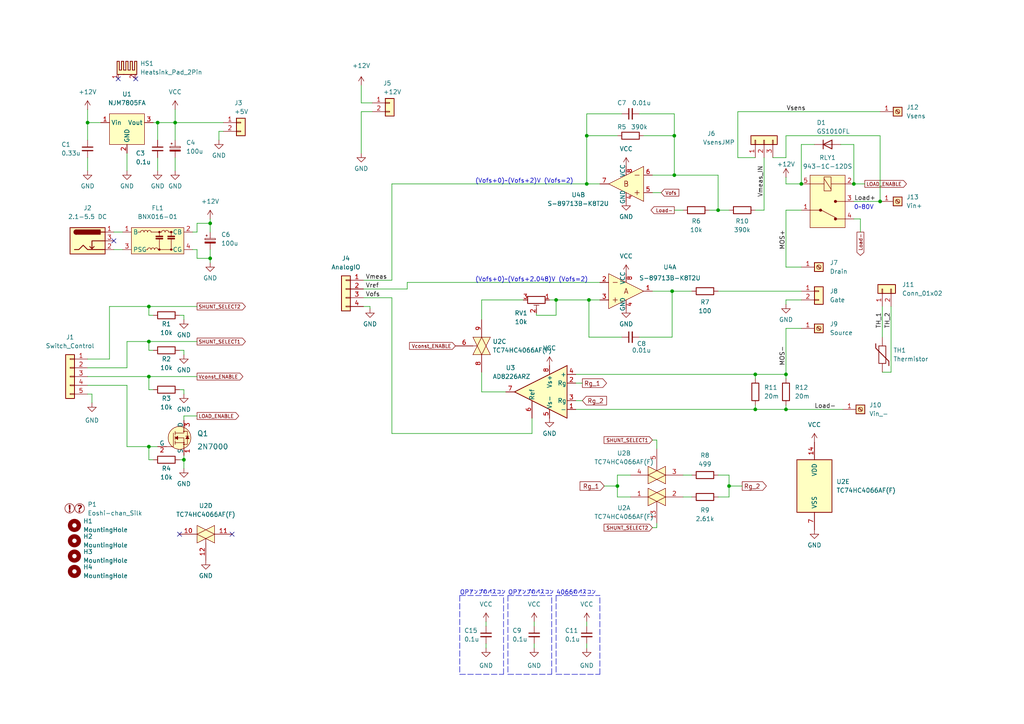
<source format=kicad_sch>
(kicad_sch (version 20250114) (generator "eeschema") (generator_version "9.0")
  (paper "A4")
  (lib_symbols
    (symbol "4xxx:4066" (pin_names (offset 1.016))
      (property "Reference" "U" (at -7.62 8.89 0))
      (property "Value" "4066" (at -7.62 -8.89 0))
      (symbol "4066_1_0"
        (pin passive line (at -7.62 0 0) (length 5.08) (name "~") (number "1"))
        (pin input line (at 0 7.62 270) (length 5.08) (name "~") (number "13"))
        (pin passive line (at 7.62 0 180) (length 5.08) (name "~") (number "2"))
      )
      (symbol "4066_2_0"
        (pin passive line (at -7.62 0 0) (length 5.08) (name "~") (number "4"))
        (pin input line (at 0 7.62 270) (length 5.08) (name "~") (number "5"))
        (pin passive line (at 7.62 0 180) (length 5.08) (name "~") (number "3"))
      )
      (symbol "4066_3_0"
        (pin passive line (at -7.62 0 0) (length 5.08) (name "~") (number "8"))
        (pin input line (at 0 7.62 270) (length 5.08) (name "~") (number "6"))
        (pin passive line (at 7.62 0 180) (length 5.08) (name "~") (number "9"))
      )
      (symbol "4066_4_0"
        (pin passive line (at -7.62 0 0) (length 5.08) (name "~") (number "11"))
        (pin input line (at 0 7.62 270) (length 5.08) (name "~") (number "12"))
        (pin passive line (at 7.62 0 180) (length 5.08) (name "~") (number "10"))
      )
      (symbol "4066_5_0"
        (pin power_in line (at 0 12.7 270) (length 5.08) (name "VDD") (number "14"))
        (pin power_in line (at 0 -12.7 90) (length 5.08) (name "VSS") (number "7"))
      )
    )
    (symbol "Akizuki_EMI-Filter:EMI-Filter_4P"
      (property "Reference" "FL" (at -6.35 5.08 0))
      (property "Value" "EMI-Filter_4P" (at 7.62 5.08 0))
      (symbol "EMI-Filter_4P_1_1"
        (pin passive line (at -10.16 2.54 0) (length 2.54) (name "B") (number "1"))
        (pin passive line (at -10.16 -2.54 0) (length 2.54) (name "PSG") (number "3"))
        (pin passive line (at 10.16 2.54 180) (length 2.54) (name "CB") (number "2"))
        (pin no_connect line (at 10.16 1.27 180) (length 2.54) (hide yes) (name "NC") (number "6"))
        (pin no_connect line (at 10.16 -1.27 180) (length 2.54) (hide yes) (name "NC") (number "5"))
        (pin passive line (at 10.16 -2.54 180) (length 2.54) (name "CG") (number "4"))
      )
    )
    (symbol "Akizuki_PowerIC_Linear:Linear_ConstV_3p"
      (property "Reference" "U" (at 0 7.62 0))
      (property "Value" "Linear_ConstV_3p" (at 0 5.08 0))
      (symbol "Linear_ConstV_3p_1_1"
        (pin power_in line (at -7.62 1.27 0) (length 2.54) (name "Vin") (number "1"))
        (pin power_in line (at 0 -7.62 90) (length 2.54) (name "GND") (number "2"))
        (pin power_out line (at 7.62 1.27 180) (length 2.54) (name "Vout") (number "3"))
      )
    )
    (symbol "Akizuki_Relay:Relay_1_C" (pin_names (offset 0) (hide yes))
      (property "Reference" "RLY" (at -8.636 6.858 0))
      (property "Value" "Relay_1_C" (at -8.89 5.08 90))
      (symbol "Relay_1_C_1_1"
        (pin passive line (at -5.08 7.62 270) (length 2.54) (name "COIL") (number "2"))
        (pin passive line (at -5.08 -7.62 90) (length 2.54) (name "COIL") (number "5"))
        (pin passive line (at 0 7.62 270) (length 2.54) (name "NO") (number "3"))
        (pin passive line (at 2.54 -7.62 90) (length 2.54) (name "COM") (number "1"))
        (pin passive line (at 5.08 7.62 270) (length 2.54) (name "NC") (number "4"))
      )
    )
    (symbol "Amplifier_Instrumentation:AD8421" (pin_names (offset 0.127))
      (property "Reference" "U3" (at -7.62 7.62 0))
      (property "Value" "AD8226ARZ" (at -11.43 5.08 0))
      (symbol "AD8421_1_1"
        (pin input line (at -10.16 5.08 0) (length 2.54) (name "+") (number "4"))
        (pin passive line (at -10.16 2.54 0) (length 2.54) (name "Rg") (number "2"))
        (pin passive line (at -10.16 -2.54 0) (length 2.54) (name "Rg") (number "3"))
        (pin input line (at -10.16 -5.08 0) (length 2.54) (name "-") (number "1"))
        (pin power_in line (at -2.54 7.62 270) (length 2.54) (name "Vs+") (number "8"))
        (pin power_in line (at -2.54 -7.62 90) (length 2.54) (name "Vs-") (number "5"))
        (pin passive line (at 2.54 -7.62 90) (length 5.08) (name "Ref") (number "6"))
        (pin output line (at 10.16 0 180) (length 2.54) (name "~") (number "7"))
      )
    )
    (symbol "Connector:Barrel_Jack_Switch_Pin3Ring" (pin_names (hide yes))
      (property "Reference" "J2" (at 0 9.525 0))
      (property "Value" "2.1-5.5 DC" (at 0 6.985 0))
      (symbol "Barrel_Jack_Switch_Pin3Ring_1_1"
        (pin passive line (at 7.62 2.54 180) (length 2.54) (name "~") (number "1"))
        (pin passive line (at 7.62 0 180) (length 2.54) (name "~") (number "3"))
        (pin passive line (at 7.62 -2.54 180) (length 2.54) (name "~") (number "2"))
      )
    )
    (symbol "Connector:Screw_Terminal_01x01" (pin_names (offset 1.016) (hide yes))
      (property "Reference" "J" (at 0 2.54 0))
      (property "Value" "Screw_Terminal_01x01" (at 0 -2.54 0))
      (symbol "Screw_Terminal_01x01_1_1"
        (pin passive line (at -5.08 0 0) (length 3.81) (name "Pin_1") (number "1"))
      )
    )
    (symbol "Connector_Generic:Conn_01x02" (pin_names (offset 1.016) (hide yes))
      (property "Reference" "J" (at 0 2.54 0))
      (property "Value" "Conn_01x02" (at 0 -5.08 0))
      (symbol "Conn_01x02_1_1"
        (pin passive line (at -5.08 0 0) (length 3.81) (name "Pin_1") (number "1"))
        (pin passive line (at -5.08 -2.54 0) (length 3.81) (name "Pin_2") (number "2"))
      )
    )
    (symbol "Connector_Generic:Conn_01x03" (pin_names (offset 1.016) (hide yes))
      (property "Reference" "J" (at 0 5.08 0))
      (property "Value" "Conn_01x03" (at 0 -5.08 0))
      (symbol "Conn_01x03_1_1"
        (pin passive line (at -5.08 2.54 0) (length 3.81) (name "Pin_1") (number "1"))
        (pin passive line (at -5.08 0 0) (length 3.81) (name "Pin_2") (number "2"))
        (pin passive line (at -5.08 -2.54 0) (length 3.81) (name "Pin_3") (number "3"))
      )
    )
    (symbol "Connector_Generic:Conn_01x04" (pin_names (offset 1.016) (hide yes))
      (property "Reference" "J" (at 0 5.08 0))
      (property "Value" "Conn_01x04" (at 0 -7.62 0))
      (symbol "Conn_01x04_1_1"
        (pin passive line (at -5.08 2.54 0) (length 3.81) (name "Pin_1") (number "1"))
        (pin passive line (at -5.08 0 0) (length 3.81) (name "Pin_2") (number "2"))
        (pin passive line (at -5.08 -2.54 0) (length 3.81) (name "Pin_3") (number "3"))
        (pin passive line (at -5.08 -5.08 0) (length 3.81) (name "Pin_4") (number "4"))
      )
    )
    (symbol "Connector_Generic:Conn_01x05" (pin_names (offset 1.016) (hide yes))
      (property "Reference" "J" (at 0 7.62 0))
      (property "Value" "Conn_01x05" (at 0 -7.62 0))
      (symbol "Conn_01x05_1_1"
        (pin passive line (at -5.08 5.08 0) (length 3.81) (name "Pin_1") (number "1"))
        (pin passive line (at -5.08 2.54 0) (length 3.81) (name "Pin_2") (number "2"))
        (pin passive line (at -5.08 0 0) (length 3.81) (name "Pin_3") (number "3"))
        (pin passive line (at -5.08 -2.54 0) (length 3.81) (name "Pin_4") (number "4"))
        (pin passive line (at -5.08 -5.08 0) (length 3.81) (name "Pin_5") (number "5"))
      )
    )
    (symbol "Device:C_Polarized_Small" (pin_numbers (hide yes)) (pin_names (offset 0.254) (hide yes))
      (property "Reference" "C" (at 0.254 1.778 0))
      (property "Value" "C_Polarized_Small" (at 0.254 -2.032 0))
      (symbol "C_Polarized_Small_1_1"
        (pin passive line (at 0 2.54 270) (length 1.8542) (name "~") (number "1"))
        (pin passive line (at 0 -2.54 90) (length 1.8542) (name "~") (number "2"))
      )
    )
    (symbol "Device:C_Small" (pin_numbers (hide yes)) (pin_names (offset 0.254) (hide yes))
      (property "Reference" "C" (at 0.254 1.778 0))
      (property "Value" "C_Small" (at 0.254 -2.032 0))
      (symbol "C_Small_1_1"
        (pin passive line (at 0 2.54 270) (length 2.032) (name "~") (number "1"))
        (pin passive line (at 0 -2.54 90) (length 2.032) (name "~") (number "2"))
      )
    )
    (symbol "Device:R" (pin_numbers (hide yes)) (pin_names (offset 0))
      (property "Reference" "R" (at 2.032 0 90))
      (property "Value" "R" (at 0 0 90))
      (symbol "R_1_1"
        (pin passive line (at 0 3.81 270) (length 1.27) (name "~") (number "1"))
        (pin passive line (at 0 -3.81 90) (length 1.27) (name "~") (number "2"))
      )
    )
    (symbol "Device:R_Potentiometer_Trim" (pin_names (offset 1.016) (hide yes))
      (property "Reference" "RV" (at -4.445 0 90))
      (property "Value" "R_Potentiometer_Trim" (at -2.54 0 90))
      (symbol "R_Potentiometer_Trim_1_1"
        (pin passive line (at 0 3.81 270) (length 1.27) (name "1") (number "1"))
        (pin passive line (at 0 -3.81 90) (length 1.27) (name "3") (number "3"))
        (pin passive line (at 3.81 0 180) (length 1.27) (name "2") (number "2"))
      )
    )
    (symbol "Device:Thermistor" (pin_numbers (hide yes)) (pin_names (offset 0))
      (property "Reference" "TH" (at 2.54 1.27 90))
      (property "Value" "Thermistor" (at -2.54 0 90))
      (symbol "Thermistor_1_1"
        (pin passive line (at 0 5.08 270) (length 2.54) (name "~") (number "1"))
        (pin passive line (at 0 -5.08 90) (length 2.54) (name "~") (number "2"))
      )
    )
    (symbol "Diode:1N4007" (pin_numbers (hide yes)) (pin_names (offset 1.016) (hide yes))
      (property "Reference" "D" (at 0 2.54 0))
      (property "Value" "1N4007" (at 0 -2.54 0))
      (symbol "1N4007_1_1"
        (pin passive line (at -3.81 0 0) (length 2.54) (name "K") (number "1"))
        (pin passive line (at 3.81 0 180) (length 2.54) (name "A") (number "2"))
      )
    )
    (symbol "Eoshi-chan:Eoshi-chan_Silk"
      (property "Reference" "P" (at -6.604 4.445 0))
      (property "Value" "Eoshi-chan_Silk" (at 0.508 2.413 0))
      (symbol "Eoshi-chan_Silk_0_0"
        (text "!" (at -1.397 -0.254 0) (effects (font (size 1.778 1.778) (bold yes))))
        (text "?" (at 1.524 -0.254 0) (effects (font (size 1.778 1.778) (bold yes))))
      )
    )
    (symbol "Mechanical:Heatsink_Pad_2Pin" (pin_names (offset 0))
      (property "Reference" "HS" (at 0 5.715 0))
      (property "Value" "Heatsink_Pad_2Pin" (at 0 3.81 0))
      (symbol "Heatsink_Pad_2Pin_1_1"
        (pin passive line (at -2.54 -2.54 90) (length 1.27) (name "~") (number "1"))
        (pin passive line (at 2.54 -2.54 90) (length 1.27) (name "~") (number "2"))
      )
    )
    (symbol "Mechanical:MountingHole" (pin_names (offset 1.016))
      (property "Reference" "H" (at 0 5.08 0))
      (property "Value" "MountingHole" (at 0 3.175 0))
    )
    (symbol "VCC_1" (power) (pin_numbers (hide yes)) (pin_names (offset 0) (hide yes))
      (property "Value" "VCC" (at 0 3.556 0))
      (symbol "VCC_1_1_1"
        (pin power_in line (at 0 0 90) (length 0) (name "~") (number "1"))
      )
    )
    (symbol "dk_Linear-Amplifiers-Instrumentation-OP-Amps-Buffer-Amps:LM358N_Obsolete" (pin_names (offset 0))
      (property "Reference" "U" (at -7.62 7.62 0))
      (property "Value" "LM358N_Obsolete" (at 2.54 -5.08 0))
      (symbol "LM358N_Obsolete_1_0"
        (text "A" (at 0 0 0) (effects (font (size 1.524 1.524))))
      )
      (symbol "LM358N_Obsolete_1_1"
        (pin input line (at -7.62 2.54 0) (length 2.54) (name "~") (number "2"))
        (pin input line (at -7.62 -2.54 0) (length 2.54) (name "~") (number "3"))
        (pin power_in line (at 0 5.08 270) (length 2.54) (name "VCC") (number "8"))
        (pin power_in line (at 0 -5.08 90) (length 2.54) (name "GND") (number "4"))
        (pin output line (at 7.62 0 180) (length 2.54) (name "~") (number "1"))
      )
      (symbol "LM358N_Obsolete_2_0"
        (text "B" (at 0 0 0) (effects (font (size 1.524 1.524))))
      )
      (symbol "LM358N_Obsolete_2_1"
        (pin input line (at -7.62 2.54 0) (length 2.54) (name "~") (number "6"))
        (pin input line (at -7.62 -2.54 0) (length 2.54) (name "~") (number "5"))
        (pin power_in line (at 0 5.08 270) (length 2.54) (name "VCC") (number "8"))
        (pin power_in line (at 0 -5.08 90) (length 2.54) (name "GND") (number "4"))
        (pin output line (at 7.62 0 180) (length 2.54) (name "~") (number "7"))
      )
    )
    (symbol "dk_Transistors-FETs-MOSFETs-Single:2N7000" (pin_names (offset 0))
      (property "Reference" "Q" (at -2.6924 3.6322 0))
      (property "Value" "2N7000" (at 3.4544 0 90))
      (symbol "2N7000_1_1"
        (pin bidirectional line (at -7.62 -2.54 0) (length 2.54) (name "G") (number "2"))
        (pin bidirectional line (at 0 5.08 270) (length 2.54) (name "D") (number "3"))
        (pin bidirectional line (at 0 -5.08 90) (length 2.54) (name "S") (number "1"))
      )
    )
    (symbol "power:+12V" (power) (pin_numbers (hide yes)) (pin_names (offset 0) (hide yes))
      (property "Value" "+12V" (at 0 3.556 0))
      (symbol "+12V_1_1"
        (pin power_in line (at 0 0 90) (length 0) (name "~") (number "1"))
      )
    )
    (symbol "power:GND" (power) (pin_names (offset 0))
      (property "Value" "GND" (at 0 -3.81 0))
      (symbol "GND_1_1"
        (pin power_in line (at 0 0 270) (length 0) (hide yes) (name "GND") (number "1"))
      )
    )
    (symbol "power:VCC" (power) (pin_names (offset 0))
      (property "Value" "VCC" (at 0 3.81 0))
      (symbol "VCC_1_1"
        (pin power_in line (at 0 0 90) (length 0) (hide yes) (name "VCC") (number "1"))
      )
    )
  )
  (text "OPアンプのパスコン" (at 147.32 172.72 0) (effects (font (size 1.27 1.27)) (justify left bottom)))
  (text "4066のパスコン" (at 161.29 172.72 0) (effects (font (size 1.27 1.27)) (justify left bottom)))
  (text "OPアンプのパスコン" (at 133.35 172.72 0) (effects (font (size 1.27 1.27)) (justify left bottom)))
  (text "(Vofs+0)~(Vofs+2.048)V (Vofs=2)" (at 137.795 81.915 0) (effects (font (size 1.27 1.27)) (justify left bottom)))
  (text "0~80V" (at 247.65 60.96 0) (effects (font (size 1.27 1.27)) (justify left bottom)))
  (text "(Vofs+0)~(Vofs+2)V (Vofs=2)" (at 137.795 53.34 0) (effects (font (size 1.27 1.27)) (justify left bottom)))
  (junction (at 161.29 86.995))
  (junction (at 45.72 35.56))
  (junction (at 208.28 60.96))
  (junction (at 227.965 118.745))
  (junction (at 170.815 86.995))
  (junction (at 170.18 39.37))
  (junction (at 179.07 140.97))
  (junction (at 232.41 53.34))
  (junction (at 43.18 109.22))
  (junction (at 43.18 99.06))
  (junction (at 170.18 53.34))
  (junction (at 25.4 35.56))
  (junction (at 219.075 108.585))
  (junction (at 255.27 58.42))
  (junction (at 195.58 50.8))
  (junction (at 43.18 129.54))
  (junction (at 194.945 84.455))
  (junction (at 53.34 133.35))
  (junction (at 50.8 35.56))
  (junction (at 43.18 88.9))
  (junction (at 60.96 64.77))
  (junction (at 60.96 74.93))
  (junction (at 219.075 118.745))
  (junction (at 247.65 53.34))
  (junction (at 195.58 39.37))
  (junction (at 227.965 108.585))
  (junction (at 211.455 140.97))
  (no_connect (at 33.02 69.85))
  (no_connect (at 67.31 154.94))
  (no_connect (at 34.29 22.86))
  (no_connect (at 39.37 22.86))
  (no_connect (at 52.07 154.94))
  (wire (pts (xy 113.665 81.28) (xy 105.41 81.28)))
  (wire (pts (xy 219.075 118.745) (xy 227.965 118.745)))
  (wire (pts (xy 155.575 91.44) (xy 161.29 91.44)))
  (polyline (pts (xy 161.29 172.72) (xy 173.99 172.72)) (stroke (width 0) (type dash)))
  (wire (pts (xy 194.945 84.455) (xy 194.945 97.79)))
  (wire (pts (xy 247.65 53.34) (xy 250.825 53.34)))
  (wire (pts (xy 227.965 95.25) (xy 227.965 108.585)))
  (wire (pts (xy 43.18 91.44) (xy 44.45 91.44)))
  (wire (pts (xy 53.34 132.08) (xy 53.34 133.35)))
  (wire (pts (xy 219.075 117.475) (xy 219.075 118.745)))
  (wire (pts (xy 227.965 118.745) (xy 244.475 118.745)))
  (wire (pts (xy 60.96 63.5) (xy 60.96 64.77)))
  (wire (pts (xy 227.965 86.995) (xy 227.965 88.265)))
  (wire (pts (xy 195.58 50.8) (xy 208.28 50.8)))
  (wire (pts (xy 140.97 180.34) (xy 140.97 181.61)))
  (wire (pts (xy 45.72 35.56) (xy 44.45 35.56)))
  (wire (pts (xy 255.905 107.95) (xy 258.445 107.95)))
  (wire (pts (xy 57.15 67.31) (xy 57.15 64.77)))
  (wire (pts (xy 189.23 84.455) (xy 194.945 84.455)))
  (wire (pts (xy 57.15 72.39) (xy 57.15 74.93)))
  (wire (pts (xy 232.41 60.96) (xy 227.965 60.96)))
  (wire (pts (xy 52.07 133.35) (xy 53.34 133.35)))
  (wire (pts (xy 50.8 31.75) (xy 50.8 35.56)))
  (polyline (pts (xy 133.35 172.72) (xy 146.05 172.72)) (stroke (width 0) (type dash)))
  (wire (pts (xy 52.07 113.03) (xy 53.34 113.03)))
  (wire (pts (xy 208.28 50.8) (xy 208.28 60.96)))
  (wire (pts (xy 31.75 104.14) (xy 25.4 104.14)))
  (wire (pts (xy 170.815 86.995) (xy 173.99 86.995)))
  (wire (pts (xy 154.94 180.34) (xy 154.94 181.61)))
  (wire (pts (xy 185.42 97.79) (xy 194.945 97.79)))
  (wire (pts (xy 236.22 41.91) (xy 232.41 41.91)))
  (wire (pts (xy 63.5 40.64) (xy 63.5 38.1)))
  (wire (pts (xy 25.4 31.75) (xy 25.4 35.56)))
  (wire (pts (xy 195.58 60.96) (xy 198.12 60.96)))
  (wire (pts (xy 155.575 90.805) (xy 155.575 91.44)))
  (wire (pts (xy 36.83 129.54) (xy 43.18 129.54)))
  (wire (pts (xy 113.665 53.34) (xy 170.18 53.34)))
  (polyline (pts (xy 147.32 172.72) (xy 147.32 195.58)) (stroke (width 0) (type dash)))
  (wire (pts (xy 43.18 99.06) (xy 43.18 101.6)))
  (wire (pts (xy 107.315 89.535) (xy 107.315 88.9)))
  (wire (pts (xy 227.965 60.96) (xy 227.965 77.47)))
  (wire (pts (xy 60.96 67.31) (xy 60.96 64.77)))
  (wire (pts (xy 170.815 97.79) (xy 180.34 97.79)))
  (wire (pts (xy 161.29 91.44) (xy 161.29 86.995)))
  (wire (pts (xy 170.18 33.02) (xy 170.18 39.37)))
  (wire (pts (xy 63.5 38.1) (xy 64.77 38.1)))
  (wire (pts (xy 26.67 114.3) (xy 25.4 114.3)))
  (wire (pts (xy 247.65 53.34) (xy 247.65 41.91)))
  (wire (pts (xy 43.18 109.22) (xy 57.15 109.22)))
  (wire (pts (xy 167.005 108.585) (xy 219.075 108.585)))
  (wire (pts (xy 179.07 140.97) (xy 179.07 144.145)))
  (wire (pts (xy 182.88 137.795) (xy 179.07 137.795)))
  (wire (pts (xy 227.965 53.34) (xy 232.41 53.34)))
  (wire (pts (xy 45.72 40.64) (xy 45.72 35.56)))
  (wire (pts (xy 211.455 140.97) (xy 215.265 140.97)))
  (wire (pts (xy 53.34 101.6) (xy 53.34 102.87)))
  (wire (pts (xy 118.11 81.915) (xy 173.99 81.915)))
  (wire (pts (xy 211.455 140.97) (xy 211.455 144.145)))
  (polyline (pts (xy 161.29 172.72) (xy 161.29 195.58)) (stroke (width 0) (type dash)))
  (wire (pts (xy 25.4 45.72) (xy 25.4 49.53)))
  (polyline (pts (xy 146.05 195.58) (xy 146.05 172.72)) (stroke (width 0) (type dash)))
  (wire (pts (xy 159.385 86.995) (xy 161.29 86.995)))
  (polyline (pts (xy 147.32 195.58) (xy 160.02 195.58)) (stroke (width 0) (type dash)))
  (wire (pts (xy 232.41 41.91) (xy 232.41 53.34)))
  (polyline (pts (xy 160.02 195.58) (xy 160.02 172.72)) (stroke (width 0) (type dash)))
  (wire (pts (xy 33.02 67.31) (xy 35.56 67.31)))
  (wire (pts (xy 36.83 44.45) (xy 36.83 49.53)))
  (wire (pts (xy 57.15 74.93) (xy 60.96 74.93)))
  (wire (pts (xy 190.5 127.635) (xy 190.5 130.175)))
  (wire (pts (xy 43.18 129.54) (xy 45.72 129.54)))
  (wire (pts (xy 170.18 39.37) (xy 179.07 39.37)))
  (wire (pts (xy 175.26 140.97) (xy 179.07 140.97)))
  (wire (pts (xy 221.615 45.72) (xy 221.615 60.96)))
  (wire (pts (xy 255.905 97.79) (xy 255.905 88.9)))
  (wire (pts (xy 139.7 86.995) (xy 139.7 92.71)))
  (wire (pts (xy 170.18 39.37) (xy 170.18 53.34)))
  (wire (pts (xy 208.28 137.795) (xy 211.455 137.795)))
  (wire (pts (xy 50.8 45.72) (xy 50.8 49.53)))
  (wire (pts (xy 36.83 99.06) (xy 43.18 99.06)))
  (wire (pts (xy 43.18 88.9) (xy 57.15 88.9)))
  (wire (pts (xy 258.445 88.9) (xy 258.445 107.95)))
  (wire (pts (xy 45.72 35.56) (xy 50.8 35.56)))
  (wire (pts (xy 227.965 39.37) (xy 255.27 39.37)))
  (wire (pts (xy 208.28 60.96) (xy 211.455 60.96)))
  (wire (pts (xy 180.34 33.02) (xy 170.18 33.02)))
  (wire (pts (xy 104.775 32.385) (xy 104.775 44.45)))
  (wire (pts (xy 249.555 63.5) (xy 249.555 67.31)))
  (wire (pts (xy 105.41 83.82) (xy 118.11 83.82)))
  (wire (pts (xy 139.7 107.95) (xy 139.7 113.665)))
  (wire (pts (xy 227.965 45.72) (xy 227.965 39.37)))
  (wire (pts (xy 44.45 133.35) (xy 43.18 133.35)))
  (wire (pts (xy 31.75 88.9) (xy 31.75 104.14)))
  (wire (pts (xy 205.74 60.96) (xy 208.28 60.96)))
  (wire (pts (xy 43.18 109.22) (xy 43.18 113.03)))
  (wire (pts (xy 179.07 144.145) (xy 182.88 144.145)))
  (wire (pts (xy 189.23 153.035) (xy 190.5 153.035)))
  (wire (pts (xy 198.12 144.145) (xy 200.66 144.145)))
  (wire (pts (xy 195.58 33.02) (xy 195.58 39.37)))
  (wire (pts (xy 107.315 88.9) (xy 105.41 88.9)))
  (wire (pts (xy 140.97 186.69) (xy 140.97 187.96)))
  (wire (pts (xy 64.77 35.56) (xy 50.8 35.56)))
  (wire (pts (xy 232.41 86.995) (xy 227.965 86.995)))
  (wire (pts (xy 208.28 144.145) (xy 211.455 144.145)))
  (wire (pts (xy 219.075 108.585) (xy 219.075 109.855)))
  (polyline (pts (xy 173.99 195.58) (xy 173.99 172.72)) (stroke (width 0) (type dash)))
  (wire (pts (xy 221.615 60.96) (xy 219.075 60.96)))
  (wire (pts (xy 33.02 72.39) (xy 35.56 72.39)))
  (wire (pts (xy 25.4 111.76) (xy 36.83 111.76)))
  (wire (pts (xy 167.005 111.125) (xy 168.91 111.125)))
  (wire (pts (xy 161.29 86.995) (xy 170.815 86.995)))
  (wire (pts (xy 31.75 88.9) (xy 43.18 88.9)))
  (wire (pts (xy 170.815 86.995) (xy 170.815 97.79)))
  (wire (pts (xy 255.27 32.385) (xy 213.995 32.385)))
  (wire (pts (xy 198.12 137.795) (xy 200.66 137.795)))
  (wire (pts (xy 113.665 53.34) (xy 113.665 81.28)))
  (wire (pts (xy 53.34 91.44) (xy 53.34 92.71)))
  (wire (pts (xy 139.7 86.995) (xy 151.765 86.995)))
  (wire (pts (xy 60.96 74.93) (xy 60.96 76.2)))
  (wire (pts (xy 189.23 55.88) (xy 191.77 55.88)))
  (wire (pts (xy 208.28 84.455) (xy 232.41 84.455)))
  (wire (pts (xy 43.18 99.06) (xy 57.15 99.06)))
  (wire (pts (xy 107.95 29.845) (xy 104.775 29.845)))
  (wire (pts (xy 227.965 77.47) (xy 232.41 77.47)))
  (wire (pts (xy 170.18 180.34) (xy 170.18 181.61)))
  (wire (pts (xy 179.07 137.795) (xy 179.07 140.97)))
  (wire (pts (xy 213.995 45.72) (xy 219.075 45.72)))
  (polyline (pts (xy 133.35 195.58) (xy 146.05 195.58)) (stroke (width 0) (type dash)))
  (wire (pts (xy 53.34 133.35) (xy 53.34 135.89)))
  (wire (pts (xy 25.4 106.68) (xy 36.83 106.68)))
  (wire (pts (xy 232.41 95.25) (xy 227.965 95.25)))
  (polyline (pts (xy 161.29 195.58) (xy 173.99 195.58)) (stroke (width 0) (type dash)))
  (wire (pts (xy 52.07 101.6) (xy 53.34 101.6)))
  (wire (pts (xy 195.58 39.37) (xy 195.58 50.8)))
  (wire (pts (xy 189.23 127.635) (xy 190.5 127.635)))
  (wire (pts (xy 25.4 35.56) (xy 29.21 35.56)))
  (wire (pts (xy 36.83 106.68) (xy 36.83 99.06)))
  (wire (pts (xy 45.72 45.72) (xy 45.72 49.53)))
  (wire (pts (xy 43.18 129.54) (xy 43.18 133.35)))
  (wire (pts (xy 105.41 86.36) (xy 113.665 86.36)))
  (wire (pts (xy 194.945 84.455) (xy 200.66 84.455)))
  (wire (pts (xy 113.665 125.73) (xy 154.305 125.73)))
  (wire (pts (xy 243.84 41.91) (xy 247.65 41.91)))
  (wire (pts (xy 213.995 32.385) (xy 213.995 45.72)))
  (wire (pts (xy 227.965 51.435) (xy 227.965 53.34)))
  (wire (pts (xy 107.95 32.385) (xy 104.775 32.385)))
  (wire (pts (xy 60.96 74.93) (xy 60.96 72.39)))
  (wire (pts (xy 170.18 53.34) (xy 173.99 53.34)))
  (wire (pts (xy 139.7 113.665) (xy 146.685 113.665)))
  (wire (pts (xy 25.4 109.22) (xy 43.18 109.22)))
  (wire (pts (xy 167.005 118.745) (xy 219.075 118.745)))
  (wire (pts (xy 190.5 153.035) (xy 190.5 151.765)))
  (wire (pts (xy 113.665 86.36) (xy 113.665 125.73)))
  (wire (pts (xy 25.4 35.56) (xy 25.4 40.64)))
  (wire (pts (xy 104.775 29.845) (xy 104.775 24.765)))
  (wire (pts (xy 167.005 116.205) (xy 168.91 116.205)))
  (wire (pts (xy 186.69 39.37) (xy 195.58 39.37)))
  (wire (pts (xy 154.94 186.69) (xy 154.94 187.96)))
  (wire (pts (xy 219.075 108.585) (xy 227.965 108.585)))
  (wire (pts (xy 44.45 113.03) (xy 43.18 113.03)))
  (wire (pts (xy 118.11 83.82) (xy 118.11 81.915)))
  (wire (pts (xy 255.27 39.37) (xy 255.27 58.42)))
  (wire (pts (xy 55.88 72.39) (xy 57.15 72.39)))
  (wire (pts (xy 53.34 120.65) (xy 53.34 121.92)))
  (wire (pts (xy 211.455 137.795) (xy 211.455 140.97)))
  (wire (pts (xy 57.15 64.77) (xy 60.96 64.77)))
  (wire (pts (xy 227.965 117.475) (xy 227.965 118.745)))
  (wire (pts (xy 57.15 120.65) (xy 53.34 120.65)))
  (wire (pts (xy 50.8 40.64) (xy 50.8 35.56)))
  (polyline (pts (xy 133.35 172.72) (xy 133.35 195.58)) (stroke (width 0) (type dash)))
  (wire (pts (xy 195.58 33.02) (xy 185.42 33.02)))
  (wire (pts (xy 227.965 108.585) (xy 227.965 109.855)))
  (wire (pts (xy 255.27 58.42) (xy 247.65 58.42)))
  (wire (pts (xy 154.305 125.73) (xy 154.305 121.285)))
  (wire (pts (xy 43.18 101.6) (xy 44.45 101.6)))
  (wire (pts (xy 55.88 67.31) (xy 57.15 67.31)))
  (wire (pts (xy 36.83 111.76) (xy 36.83 129.54)))
  (wire (pts (xy 52.07 91.44) (xy 53.34 91.44)))
  (wire (pts (xy 43.18 88.9) (xy 43.18 91.44)))
  (polyline (pts (xy 147.32 172.72) (xy 160.02 172.72)) (stroke (width 0) (type dash)))
  (wire (pts (xy 53.34 113.03) (xy 53.34 114.3)))
  (wire (pts (xy 26.67 116.84) (xy 26.67 114.3)))
  (wire (pts (xy 170.18 186.69) (xy 170.18 187.96)))
  (wire (pts (xy 224.155 45.72) (xy 227.965 45.72)))
  (wire (pts (xy 189.23 50.8) (xy 195.58 50.8)))
  (wire (pts (xy 247.65 63.5) (xy 249.555 63.5)))
  (label "Vref" (at 106.045 83.82 0))
  (label "Vsens" (at 233.68 32.385 180))
  (label "MOS-" (at 227.965 106.045 90))
  (label "Vofs" (at 106.045 86.36 0))
  (label "Load+" (at 254 58.42 180))
  (label "Load-" (at 236.22 118.745 0))
  (label "TH_1" (at 255.905 95.25 90))
  (label "Vmeas" (at 106.045 81.28 0))
  (label "MOS+" (at 227.965 72.39 90))
  (label "Vmeas_IN" (at 221.615 57.15 90))
  (label "TH_2" (at 258.445 95.25 90))
  (global_label "Load-" (shape output) (at 249.555 67.31 270) (effects (font (size 1.016 1.016))) (property "Intersheetrefs" "${INTERSHEET_REFS}" (effects (hide yes))))
  (global_label "LOAD_ENABLE" (shape output) (at 57.15 120.65 0) (effects (font (size 1.016 1.016))) (property "Intersheetrefs" "${INTERSHEET_REFS}" (effects (hide yes))))
  (global_label "Load-" (shape output) (at 195.58 60.96 180) (effects (font (size 1.016 1.016))) (property "Intersheetrefs" "${INTERSHEET_REFS}" (effects (hide yes))))
  (global_label "Vconst_ENABLE" (shape output) (at 57.15 109.22 0) (effects (font (size 1.016 1.016))) (property "Intersheetrefs" "${INTERSHEET_REFS}" (effects (hide yes))))
  (global_label "SHUNT_SELECT2" (shape output) (at 57.15 88.9 0) (effects (font (size 1.016 1.016))) (property "Intersheetrefs" "${INTERSHEET_REFS}" (effects (hide yes))))
  (global_label "Vofs" (shape input) (at 191.77 55.88 0) (effects (font (size 1.016 1.016))) (property "Intersheetrefs" "${INTERSHEET_REFS}" (effects (hide yes))))
  (global_label "Rg_2" (shape output) (at 215.265 140.97 0) (property "Intersheetrefs" "${INTERSHEET_REFS}" (effects (hide yes))))
  (global_label "Rg_2" (shape input) (at 168.91 116.205 0) (property "Intersheetrefs" "${INTERSHEET_REFS}" (effects (hide yes))))
  (global_label "Rg_1" (shape output) (at 168.91 111.125 0) (property "Intersheetrefs" "${INTERSHEET_REFS}" (effects (hide yes))))
  (global_label "Rg_1" (shape input) (at 175.26 140.97 180) (property "Intersheetrefs" "${INTERSHEET_REFS}" (effects (hide yes))))
  (global_label "SHUNT_SELECT1" (shape output) (at 57.15 99.06 0) (effects (font (size 1.016 1.016))) (property "Intersheetrefs" "${INTERSHEET_REFS}" (effects (hide yes))))
  (global_label "SHUNT_SELECT1" (shape input) (at 189.23 127.635 180) (effects (font (size 1.016 1.016))) (property "Intersheetrefs" "${INTERSHEET_REFS}" (effects (hide yes))))
  (global_label "Vconst_ENABLE" (shape input) (at 132.08 100.33 180) (effects (font (size 1.016 1.016))) (property "Intersheetrefs" "${INTERSHEET_REFS}" (effects (hide yes))))
  (global_label "SHUNT_SELECT2" (shape input) (at 189.23 153.035 180) (effects (font (size 1.016 1.016))) (property "Intersheetrefs" "${INTERSHEET_REFS}" (effects (hide yes))))
  (global_label "LOAD_ENABLE" (shape output) (at 250.825 53.34 0) (effects (font (size 1.016 1.016))) (property "Intersheetrefs" "${INTERSHEET_REFS}" (effects (hide yes))))
  (symbol (lib_id "power:GND") (at 59.69 162.56 0) (unit 1)
    (property "Reference" "#PWR019" (effects (hide yes)))
    (property "Value" "GND" (at 59.69 167.005 0))
  )
  (symbol (lib_id "power:GND") (at 63.5 40.64 0) (mirror y) (unit 1)
    (property "Reference" "#PWR014" (effects (hide yes)))
    (property "Value" "GND" (at 63.5 45.085 0))
  )
  (symbol (lib_id "Connector:Screw_Terminal_01x01") (at 249.555 118.745 0) (unit 1)
    (property "Reference" "J10" (at 252.095 117.4749 0) (effects (justify left)))
    (property "Value" "Vin_-" (at 252.095 120.0149 0) (effects (justify left)))
    (property "Footprint" "Akizuki_ScrewTerminal:ScrewTerminal_01x01_PCB-20" (effects (hide yes)))
    (property "Datasheet" "https://akizukidenshi.com/goodsaffix/PCB-20(362)F.pdf" (effects (hide yes)))
    (property "Akizuki_code" "112148" (effects (hide yes)))
  )
  (symbol (lib_id "Device:C_Small") (at 140.97 184.15 0) (unit 1)
    (property "Reference" "C15" (at 134.62 182.88 0) (effects (justify left)))
    (property "Value" "0.1u" (at 134.62 185.42 0) (effects (justify left)))
    (property "Footprint" "Capacitor_THT:C_Disc_D5.1mm_W3.2mm_P5.00mm" (effects (hide yes)))
  )
  (symbol (lib_id "Akizuki_Relay:Relay_1_C") (at 240.03 58.42 270) (unit 1)
    (property "Reference" "RLY1" (at 240.03 45.72 90))
    (property "Value" "943-1C-12DS" (at 240.03 48.26 90))
    (property "Footprint" "Akizuki_Relay:HSINDA-943_12A-1C_5p" (effects (hide yes)))
    (property "Datasheet" "https://akizukidenshi.com/goodsaffix/943.pdf" (effects (hide yes)))
    (property "Description" "RELAY GEN PURPOSE SPDT 10A 5V" (effects (hide yes)))
    (property "Digi-Key_PN" "Z1011-ND" (effects (hide yes)))
    (property "MPN" "G5LE-14 DC5" (effects (hide yes)))
    (property "Category" "Relays" (effects (hide yes)))
    (property "Family" "Power Relays, Over 2 Amps" (effects (hide yes)))
    (property "DK_Datasheet_Link" "https://omronfs.omron.com/en_US/ecb/products/pdf/en-g5le.pdf" (effects (hide yes)))
    (property "DK_Detail_Page" "/product-detail/en/omron-electronics-inc-emc-div/G5LE-14-DC5/Z1011-ND/280371" (effects (hide yes)))
    (property "Manufacturer" "Omron Electronics Inc-EMC Div" (effects (hide yes)))
    (property "Status" "Active" (effects (hide yes)))
    (property "Akizuki_code" "117418" (effects (hide yes)))
  )
  (symbol (lib_id "Device:C_Small") (at 154.94 184.15 0) (unit 1)
    (property "Reference" "C9" (at 148.59 182.88 0) (effects (justify left)))
    (property "Value" "0.1u" (at 148.59 185.42 0) (effects (justify left)))
    (property "Footprint" "Capacitor_THT:C_Disc_D5.1mm_W3.2mm_P5.00mm" (effects (hide yes)))
  )
  (symbol (lib_id "power:VCC") (at 159.385 106.045 0) (mirror y) (unit 1)
    (property "Reference" "#PWR021" (effects (hide yes)))
    (property "Value" "VCC" (at 159.385 100.965 0))
  )
  (symbol (lib_id "Device:C_Polarized_Small") (at 60.96 69.85 0) (unit 1)
    (property "Reference" "C6" (at 64.135 68.0338 0) (effects (justify left)))
    (property "Value" "100u" (at 64.135 70.5738 0) (effects (justify left)))
    (property "Footprint" "Capacitor_THT:CP_Radial_D5.0mm_P2.00mm" (effects (hide yes)))
  )
  (symbol (lib_id "Mechanical:MountingHole") (at 21.59 152.4 0) (unit 1)
    (property "Reference" "H1" (at 24.13 151.1299 0) (effects (justify left)))
    (property "Value" "MountingHole" (at 24.13 153.6699 0) (effects (justify left)))
    (property "Footprint" "MountingHole:MountingHole_3.2mm_M3" (effects (hide yes)))
  )
  (symbol (lib_id "Device:C_Small") (at 170.18 184.15 0) (mirror y) (unit 1)
    (property "Reference" "C11" (at 163.83 182.88 0) (effects (justify right)))
    (property "Value" "0.1u" (at 163.83 185.42 0) (effects (justify right)))
    (property "Footprint" "Capacitor_THT:C_Disc_D5.1mm_W3.2mm_P5.00mm" (effects (hide yes)))
  )
  (symbol (lib_id "Device:R") (at 201.93 60.96 90) (unit 1)
    (property "Reference" "R6" (at 201.93 64.135 90))
    (property "Value" "10k" (at 201.93 66.675 90))
    (property "Footprint" "Resistor_THT:R_Axial_DIN0207_L6.3mm_D2.5mm_P10.16mm_Horizontal" (effects (hide yes)))
  )
  (symbol (lib_id "power:GND") (at 50.8 49.53 0) (unit 1)
    (property "Reference" "#PWR07" (effects (hide yes)))
    (property "Value" "GND" (at 50.8 53.975 0))
  )
  (symbol (lib_id "Device:Thermistor") (at 255.905 102.87 0) (unit 1)
    (property "Reference" "TH1" (at 259.08 101.5999 0) (effects (justify left)))
    (property "Value" "Thermistor" (at 259.08 104.1399 0) (effects (justify left)))
    (property "Footprint" "Capacitor_THT:C_Disc_D3.0mm_W1.6mm_P2.50mm" (effects (hide yes)))
    (property "Datasheet" "https://akizukidenshi.com/goodsaffix/NXFT15-series.pdf" (effects (hide yes)))
    (property "Akizuki_code" "105251" (effects (hide yes)))
  )
  (symbol (lib_id "Connector:Screw_Terminal_01x01") (at 237.49 77.47 0) (unit 1)
    (property "Reference" "J7" (at 240.665 76.1999 0) (effects (justify left)))
    (property "Value" "Drain" (at 240.665 78.7399 0) (effects (justify left)))
    (property "Footprint" "Akizuki_ScrewTerminal:ScrewTerminal_01x01_PCB-20" (effects (hide yes)))
    (property "Datasheet" "https://akizukidenshi.com/goodsaffix/PCB-20(362)F.pdf" (effects (hide yes)))
    (property "Akizuki_code" "112148" (effects (hide yes)))
  )
  (symbol (lib_id "Connector_Generic:Conn_01x02") (at 237.49 84.455 0) (unit 1)
    (property "Reference" "J8" (at 240.665 84.4549 0) (effects (justify left)))
    (property "Value" "Gate" (at 240.665 86.9949 0) (effects (justify left)))
    (property "Footprint" "Connector_JST:JST_XH_B2B-XH-A_1x02_P2.50mm_Vertical" (effects (hide yes)))
    (property "Datasheet" "https://akizukidenshi.com/goodsaffix/xh.pdf" (effects (hide yes)))
    (property "Akizuki_code" "112247" (effects (hide yes)))
  )
  (symbol (lib_id "Device:R") (at 48.26 113.03 270) (unit 1)
    (property "Reference" "R3" (at 48.26 115.57 90))
    (property "Value" "10k" (at 48.26 118.11 90))
    (property "Footprint" "Resistor_THT:R_Axial_DIN0207_L6.3mm_D2.5mm_P10.16mm_Horizontal" (effects (hide yes)))
  )
  (symbol (lib_id "power:GND") (at 60.96 76.2 0) (unit 1)
    (property "Reference" "#PWR017" (effects (hide yes)))
    (property "Value" "GND" (at 60.96 80.645 0))
  )
  (symbol (lib_id "Device:R") (at 227.965 113.665 0) (unit 1)
    (property "Reference" "R12" (at 230.505 112.395 0) (effects (justify left)))
    (property "Value" "20m" (at 230.505 114.935 0) (effects (justify left)))
    (property "Footprint" "Resistor_SMD:R_2512_6332Metric" (effects (hide yes)))
    (property "Datasheet" "https://akizukidenshi.com/goodsaffix/sl1tte.pdfhttps://akizukidenshi.com/goodsaffix/sl1tte.pdf" (effects (hide yes)))
    (property "Akizuki_code" "106668" (effects (hide yes)))
  )
  (symbol (lib_id "Device:R") (at 48.26 133.35 270) (unit 1)
    (property "Reference" "R4" (at 48.26 135.89 90))
    (property "Value" "10k" (at 48.26 138.43 90))
    (property "Footprint" "Resistor_THT:R_Axial_DIN0207_L6.3mm_D2.5mm_P10.16mm_Horizontal" (effects (hide yes)))
  )
  (symbol (lib_id "power:GND") (at 104.775 44.45 0) (unit 1)
    (property "Reference" "#PWR016" (effects (hide yes)))
    (property "Value" "GND" (at 104.775 48.895 0))
  )
  (symbol (lib_id "4xxx:4066") (at 59.69 154.94 180) (unit 4)
    (property "Reference" "U2" (at 59.69 146.685 0))
    (property "Value" "TC74HC4066AF(F)" (at 59.69 149.225 0))
    (property "Footprint" "Package_DIP:DIP-14_W7.62mm_Socket" (effects (hide yes)))
    (property "Datasheet" "https://www.marutsu.co.jp/contents/shop/marutsu/datasheet/TC74HC4066A.pdf" (effects (hide yes)))
    (property "Marutsu_code" "M0001-8473" (effects (hide yes)))
  )
  (symbol (lib_id "power:GND") (at 45.72 49.53 0) (unit 1)
    (property "Reference" "#PWR06" (effects (hide yes)))
    (property "Value" "GND" (at 45.72 53.975 0))
  )
  (symbol (lib_id "power:GND") (at 26.67 116.84 0) (unit 1)
    (property "Reference" "#PWR03" (effects (hide yes)))
    (property "Value" "GND" (at 26.67 121.92 0))
  )
  (symbol (lib_id "Connector_Generic:Conn_01x02") (at 255.905 83.82 90) (unit 1)
    (property "Reference" "J11" (at 261.62 82.5499 90) (effects (justify right)))
    (property "Value" "Conn_01x02" (at 261.62 85.0899 90) (effects (justify right)))
    (property "Footprint" "Connector_JST:JST_XH_B2B-XH-A_1x02_P2.50mm_Vertical" (effects (hide yes)))
    (property "Datasheet" "https://akizukidenshi.com/goodsaffix/xh.pdf" (effects (hide yes)))
    (property "Akizuki_code" "112247" (effects (hide yes)))
  )
  (symbol (lib_id "power:GND") (at 36.83 49.53 0) (unit 1)
    (property "Reference" "#PWR04" (effects (hide yes)))
    (property "Value" "GND" (at 36.83 53.975 0))
  )
  (symbol (lib_id "power:VCC") (at 140.97 180.34 0) (unit 1)
    (property "Reference" "#PWR044" (effects (hide yes)))
    (property "Value" "VCC" (at 140.97 175.26 0))
  )
  (symbol (lib_id "Device:R") (at 204.47 137.795 90) (unit 1)
    (property "Reference" "R8" (at 204.47 132.08 90))
    (property "Value" "499" (at 204.47 134.62 90))
    (property "Footprint" "Resistor_THT:R_Axial_DIN0207_L6.3mm_D2.5mm_P10.16mm_Horizontal" (effects (hide yes)))
  )
  (symbol (lib_id "Connector:Barrel_Jack_Switch_Pin3Ring") (at 25.4 69.85 0) (unit 1)
    (property "Reference" "J2" (at 25.4 60.325 0))
    (property "Value" "2.1-5.5 DC" (at 25.4 62.865 0))
    (property "Footprint" "Akizuki_BarrelJack:BarrelJack_Horizontal1" (effects (hide yes)))
  )
  (symbol (lib_id "power:+12V") (at 104.775 24.765 0) (unit 1)
    (property "Reference" "#PWR015" (effects (hide yes)))
    (property "Value" "+12V" (at 104.775 19.05 0))
  )
  (symbol (lib_id "Device:C_Small") (at 182.88 33.02 90) (unit 1)
    (property "Reference" "C7" (at 180.34 29.845 90))
    (property "Value" "0.01u" (at 186.055 29.845 90))
    (property "Footprint" "Capacitor_THT:C_Disc_D5.1mm_W3.2mm_P5.00mm" (effects (hide yes)))
    (property "Akizuki_code" "116112" (effects (hide yes)))
  )
  (symbol (lib_id "Amplifier_Instrumentation:AD8421") (at 156.845 113.665 0) (mirror y) (unit 1)
    (property "Reference" "U3" (at 146.685 106.68 0) (effects (justify right)))
    (property "Value" "AD8226ARZ" (at 142.875 109.22 0) (effects (justify right)))
    (property "Footprint" "Package_SO:SOIC-8_3.9x4.9mm_P1.27mm" (effects (hide yes)))
    (property "Datasheet" "https://akizukidenshi.com/goodsaffix/AD8226.pdf" (effects (hide yes)))
    (property "Akizuki_code" "117564" (effects (hide yes)))
  )
  (symbol (lib_id "power:VCC") (at 181.61 79.375 0) (unit 1)
    (property "Reference" "#PWR027" (effects (hide yes)))
    (property "Value" "VCC" (at 181.61 74.295 0))
  )
  (symbol (lib_id "Connector_Generic:Conn_01x04") (at 100.33 83.82 0) (mirror y) (unit 1)
    (property "Reference" "J4" (at 100.33 74.93 0))
    (property "Value" "AnalogIO" (at 100.33 77.47 0))
    (property "Footprint" "Connector_JST:JST_XH_B4B-XH-A_1x04_P2.50mm_Vertical" (effects (hide yes)))
    (property "Datasheet" "https://akizukidenshi.com/goodsaffix/xh.pdf" (effects (hide yes)))
    (property "Akizuki_code" "112249" (effects (hide yes)))
  )
  (symbol (lib_id "4xxx:4066") (at 190.5 137.795 0) (unit 2)
    (property "Reference" "U2" (at 180.975 131.445 0))
    (property "Value" "TC74HC4066AF(F)" (at 180.975 133.985 0))
    (property "Footprint" "Package_DIP:DIP-14_W7.62mm_Socket" (effects (hide yes)))
    (property "Datasheet" "https://www.marutsu.co.jp/contents/shop/marutsu/datasheet/TC74HC4066A.pdf" (effects (hide yes)))
    (property "Marutsu_code" "M0001-8473" (effects (hide yes)))
  )
  (symbol (lib_id "power:VCC") (at 154.94 180.34 0) (unit 1)
    (property "Reference" "#PWR028" (effects (hide yes)))
    (property "Value" "VCC" (at 154.94 175.26 0))
  )
  (symbol (lib_id "Connector:Screw_Terminal_01x01") (at 237.49 95.25 0) (unit 1)
    (property "Reference" "J9" (at 240.665 93.9799 0) (effects (justify left)))
    (property "Value" "Source" (at 240.665 96.5199 0) (effects (justify left)))
    (property "Footprint" "Akizuki_ScrewTerminal:ScrewTerminal_01x01_PCB-20" (effects (hide yes)))
    (property "Datasheet" "https://akizukidenshi.com/goodsaffix/PCB-20(362)F.pdf" (effects (hide yes)))
    (property "Akizuki_code" "112148" (effects (hide yes)))
  )
  (symbol (lib_id "Mechanical:Heatsink_Pad_2Pin") (at 36.83 20.32 0) (unit 1)
    (property "Reference" "HS1" (at 40.64 18.4149 0) (effects (justify left)))
    (property "Value" "Heatsink_Pad_2Pin" (at 40.64 20.9549 0) (effects (justify left)))
    (property "Footprint" "Akizuki_Heatsink:Heatsink_16.5x16x25" (effects (hide yes)))
  )
  (symbol (lib_id "Mechanical:MountingHole") (at 21.59 165.735 0) (unit 1)
    (property "Reference" "H4" (at 24.13 164.4649 0) (effects (justify left)))
    (property "Value" "MountingHole" (at 24.13 167.0049 0) (effects (justify left)))
    (property "Footprint" "MountingHole:MountingHole_3.2mm_M3" (effects (hide yes)))
  )
  (symbol (lib_id "Connector:Screw_Terminal_01x01") (at 260.35 32.385 0) (unit 1)
    (property "Reference" "J12" (at 262.89 31.1149 0) (effects (justify left)))
    (property "Value" "Vsens" (at 262.89 33.6549 0) (effects (justify left)))
    (property "Footprint" "Akizuki_ScrewTerminal:ScrewTerminal_01x01_PCB-20" (effects (hide yes)))
    (property "Datasheet" "https://akizukidenshi.com/goodsaffix/PCB-20(362)F.pdf" (effects (hide yes)))
    (property "Akizuki_code" "112148" (effects (hide yes)))
  )
  (symbol (lib_id "Device:R") (at 182.88 39.37 90) (unit 1)
    (property "Reference" "R5" (at 180.34 36.83 90))
    (property "Value" "390k" (at 185.42 36.83 90))
    (property "Footprint" "Resistor_THT:R_Axial_DIN0207_L6.3mm_D2.5mm_P10.16mm_Horizontal" (effects (hide yes)))
  )
  (symbol (lib_id "power:GND") (at 227.965 88.265 0) (unit 1)
    (property "Reference" "#PWR032" (effects (hide yes)))
    (property "Value" "GND" (at 227.965 92.71 0))
  )
  (symbol (lib_id "4xxx:4066") (at 139.7 100.33 90) (unit 3)
    (property "Reference" "U2" (at 142.875 99.0599 90) (effects (justify right)))
    (property "Value" "TC74HC4066AF(F)" (at 142.875 101.5999 90) (effects (justify right)))
    (property "Footprint" "Package_DIP:DIP-14_W7.62mm_Socket" (effects (hide yes)))
    (property "Datasheet" "https://www.marutsu.co.jp/contents/shop/marutsu/datasheet/TC74HC4066A.pdf" (effects (hide yes)))
    (property "Marutsu_code" "M0001-8473" (effects (hide yes)))
  )
  (symbol (lib_id "dk_Linear-Amplifiers-Instrumentation-OP-Amps-Buffer-Amps:LM358N_Obsolete") (at 181.61 53.34 0) (mirror y) (unit 2)
    (property "Reference" "U4" (at 165.735 56.515 0) (effects (justify right)))
    (property "Value" "S-89713B-K8T2U" (at 158.75 59.055 0) (effects (justify right)))
    (property "Footprint" "Package_SO:MSOP-8_3x3mm_P0.65mm" (effects (hide yes)))
    (property "Datasheet" "https://akizukidenshi.com/goodsaffix/S89713_J.pdf" (effects (hide yes)))
    (property "Description" "IC OPAMP GP 2 CIRCUIT 8DIP" (effects (hide yes)))
    (property "Digi-Key_PN" "LM358NFS-ND" (effects (hide yes)))
    (property "MPN" "LM358N" (effects (hide yes)))
    (property "Category" "Integrated Circuits (ICs)" (effects (hide yes)))
    (property "Family" "Linear - Amplifiers - Instrumentation, OP Amps, Buffer Amps" (effects (hide yes)))
    (property "DK_Datasheet_Link" "https://www.onsemi.com/pub/Collateral/LM358A-D.pdf" (effects (hide yes)))
    (property "DK_Detail_Page" "/product-detail/en/on-semiconductor/LM358N/LM358NFS-ND/458692" (effects (hide yes)))
    (property "Manufacturer" "ON Semiconductor" (effects (hide yes)))
    (property "Status" "Obsolete NonStock" (effects (hide yes)))
    (property "Akizuki_code" "114063" (effects (hide yes)))
  )
  (symbol (lib_id "Device:R") (at 204.47 144.145 90) (unit 1)
    (property "Reference" "R9" (at 204.47 147.955 90))
    (property "Value" "2.61k" (at 204.47 150.495 90))
    (property "Footprint" "Resistor_THT:R_Axial_DIN0207_L6.3mm_D2.5mm_P10.16mm_Horizontal" (effects (hide yes)))
  )
  (symbol (lib_id "power:GND") (at 53.34 114.3 0) (unit 1)
    (property "Reference" "#PWR010" (effects (hide yes)))
    (property "Value" "GND" (at 53.34 118.745 0))
  )
  (symbol (lib_id "Connector:Screw_Terminal_01x01") (at 260.35 58.42 0) (unit 1)
    (property "Reference" "J13" (at 262.89 57.1499 0) (effects (justify left)))
    (property "Value" "Vin+" (at 262.89 59.6899 0) (effects (justify left)))
    (property "Footprint" "Akizuki_ScrewTerminal:ScrewTerminal_01x01_PCB-20" (effects (hide yes)))
    (property "Datasheet" "https://akizukidenshi.com/goodsaffix/PCB-20(362)F.pdf" (effects (hide yes)))
    (property "Akizuki_code" "112148" (effects (hide yes)))
  )
  (symbol (lib_id "Mechanical:MountingHole") (at 21.59 156.845 0) (unit 1)
    (property "Reference" "H2" (at 24.13 155.5749 0) (effects (justify left)))
    (property "Value" "MountingHole" (at 24.13 158.1149 0) (effects (justify left)))
    (property "Footprint" "MountingHole:MountingHole_3.2mm_M3" (effects (hide yes)))
  )
  (symbol (lib_id "Device:R") (at 204.47 84.455 90) (unit 1)
    (property "Reference" "R7" (at 204.47 87.63 90))
    (property "Value" "100" (at 204.47 90.17 90))
    (property "Footprint" "Resistor_THT:R_Axial_DIN0207_L6.3mm_D2.5mm_P10.16mm_Horizontal" (effects (hide yes)))
  )
  (symbol (lib_id "Connector_Generic:Conn_01x05") (at 20.32 109.22 0) (mirror y) (unit 1)
    (property "Reference" "J1" (at 20.32 97.79 0))
    (property "Value" "Switch_Control" (at 20.32 100.33 0))
    (property "Footprint" "Connector_JST:JST_XH_B5B-XH-A_1x05_P2.50mm_Vertical" (effects (hide yes)))
    (property "Datasheet" "https://akizukidenshi.com/goodsaffix/xh.pdf" (effects (hide yes)))
    (property "Akizuki_code" "112250" (effects (hide yes)))
  )
  (symbol (lib_id "power:GND") (at 53.34 102.87 0) (unit 1)
    (property "Reference" "#PWR09" (effects (hide yes)))
    (property "Value" "GND" (at 53.34 107.315 0))
  )
  (symbol (lib_id "power:+12V") (at 227.965 51.435 0) (unit 1)
    (property "Reference" "#PWR031" (effects (hide yes)))
    (property "Value" "+12V" (at 227.965 47.625 0))
  )
  (symbol (lib_id "power:VCC") (at 236.22 128.27 0) (mirror y) (unit 1)
    (property "Reference" "#PWR033" (effects (hide yes)))
    (property "Value" "VCC" (at 236.22 123.19 0))
  )
  (symbol (lib_id "Mechanical:MountingHole") (at 21.59 161.29 0) (unit 1)
    (property "Reference" "H3" (at 24.13 160.0199 0) (effects (justify left)))
    (property "Value" "MountingHole" (at 24.13 162.5599 0) (effects (justify left)))
    (property "Footprint" "MountingHole:MountingHole_3.2mm_M3" (effects (hide yes)))
  )
  (symbol (lib_id "power:GND") (at 159.385 121.285 0) (unit 1)
    (property "Reference" "#PWR022" (effects (hide yes)))
    (property "Value" "GND" (at 159.385 125.73 0))
  )
  (symbol (lib_id "Device:C_Small") (at 45.72 43.18 0) (unit 1)
    (property "Reference" "C3" (at 39.37 44.45 0) (effects (justify left)))
    (property "Value" "0.1u" (at 39.37 46.99 0) (effects (justify left)))
    (property "Footprint" "Capacitor_THT:C_Disc_D5.1mm_W3.2mm_P5.00mm" (effects (hide yes)))
  )
  (symbol (lib_id "Connector_Generic:Conn_01x02") (at 69.85 35.56 0) (unit 1)
    (property "Reference" "J3" (at 67.945 29.845 0) (effects (justify left)))
    (property "Value" "+5V" (at 67.945 32.385 0) (effects (justify left)))
    (property "Footprint" "Connector_JST:JST_XH_B2B-XH-A_1x02_P2.50mm_Vertical" (effects (hide yes)))
  )
  (symbol (lib_id "power:VCC") (at 181.61 48.26 0) (unit 1)
    (property "Reference" "#PWR025" (effects (hide yes)))
    (property "Value" "VCC" (at 181.61 43.18 0))
  )
  (symbol (lib_id "Device:R") (at 48.26 101.6 270) (mirror x) (unit 1)
    (property "Reference" "R2" (at 48.26 104.14 90))
    (property "Value" "10k" (at 48.26 106.68 90))
    (property "Footprint" "Resistor_THT:R_Axial_DIN0207_L6.3mm_D2.5mm_P10.16mm_Horizontal" (effects (hide yes)))
  )
  (symbol (lib_id "Device:C_Small") (at 25.4 43.18 0) (unit 1)
    (property "Reference" "C1" (at 17.78 41.91 0) (effects (justify left)))
    (property "Value" "0.33u" (at 17.78 44.45 0) (effects (justify left)))
    (property "Footprint" "Capacitor_THT:C_Disc_D5.1mm_W3.2mm_P5.00mm" (effects (hide yes)))
  )
  (symbol (lib_id "Device:R") (at 48.26 91.44 270) (unit 1)
    (property "Reference" "R1" (at 48.26 93.98 90))
    (property "Value" "10k" (at 48.26 96.52 90))
    (property "Footprint" "Resistor_THT:R_Axial_DIN0207_L6.3mm_D2.5mm_P10.16mm_Horizontal" (effects (hide yes)))
  )
  (symbol (lib_id "Diode:1N4007") (at 240.03 41.91 0) (unit 1)
    (property "Reference" "D1" (at 236.855 35.56 0) (effects (justify left)))
    (property "Value" "GS1010FL" (at 236.855 38.1 0) (effects (justify left)))
    (property "Footprint" "Diode_THT:D_DO-41_SOD81_P10.16mm_Horizontal" (effects (hide yes)))
    (property "Datasheet" "https://akizukidenshi.com/goodsaffix/GS1000FL_SERIES.pdf" (effects (hide yes)))
    (property "Akizuki_code" "106014" (effects (hide yes)))
  )
  (symbol (lib_id "power:GND") (at 181.61 89.535 0) (unit 1)
    (property "Reference" "#PWR030" (effects (hide yes)))
    (property "Value" "GND" (at 181.61 93.98 0))
  )
  (symbol (lib_id "Connector_Generic:Conn_01x02") (at 113.03 29.845 0) (unit 1)
    (property "Reference" "J5" (at 111.125 24.13 0) (effects (justify left)))
    (property "Value" "+12V" (at 111.125 26.67 0) (effects (justify left)))
    (property "Footprint" "Connector_JST:JST_XH_B2B-XH-A_1x02_P2.50mm_Vertical" (effects (hide yes)))
    (property "Datasheet" "https://akizukidenshi.com/goodsaffix/xh.pdf" (effects (hide yes)))
    (property "Akizuki_code" "112247" (effects (hide yes)))
  )
  (symbol (lib_id "4xxx:4066") (at 236.22 140.97 0) (unit 5)
    (property "Reference" "U2" (at 242.57 139.6999 0) (effects (justify left)))
    (property "Value" "TC74HC4066AF(F)" (at 242.57 142.2399 0) (effects (justify left)))
    (property "Footprint" "Package_DIP:DIP-14_W7.62mm_Socket" (effects (hide yes)))
    (property "Datasheet" "https://www.marutsu.co.jp/contents/shop/marutsu/datasheet/TC74HC4066A.pdf" (effects (hide yes)))
    (property "Marutsu_code" "M0001-8473" (effects (hide yes)))
  )
  (symbol (lib_id "Device:R_Potentiometer_Trim") (at 155.575 86.995 270) (unit 1)
    (property "Reference" "RV1" (at 151.13 90.805 90))
    (property "Value" "10k" (at 151.13 93.345 90))
    (property "Footprint" "Potentiometer_THT:Potentiometer_Vishay_T73YP_Vertical" (effects (hide yes)))
    (property "Datasheet" "https://akizukidenshi.com/goodsaffix/TSR-C3305.pdf" (effects (hide yes)))
    (property "Akizuki_code" "112705" (effects (hide yes)))
  )
  (symbol (lib_name "VCC_1") (lib_id "power:VCC") (at 50.8 31.75 0) (unit 1)
    (property "Reference" "#PWR01" (effects (hide yes)))
    (property "Value" "VCC" (at 50.8 26.67 0))
    (property "Description" "Power symbol creates a global label with name \"VCC\"" (effects (hide yes)))
  )
  (symbol (lib_id "power:GND") (at 107.315 89.535 0) (unit 1)
    (property "Reference" "#PWR018" (effects (hide yes)))
    (property "Value" "GND" (at 107.315 93.98 0))
  )
  (symbol (lib_id "Eoshi-chan:Eoshi-chan_Silk") (at 21.59 147.32 0) (unit 1)
    (property "Reference" "P1" (at 25.4 146.3039 0) (effects (justify left)))
    (property "Value" "Eoshi-chan_Silk" (at 25.4 148.8439 0) (effects (justify left)))
    (property "Footprint" "Eoshi-chan:Eoshi-chan_logo_10x10" (effects (hide yes)))
  )
  (symbol (lib_id "power:GND") (at 53.34 135.89 0) (unit 1)
    (property "Reference" "#PWR011" (effects (hide yes)))
    (property "Value" "GND" (at 53.34 140.335 0))
  )
  (symbol (lib_id "Akizuki_PowerIC_Linear:Linear_ConstV_3p") (at 36.83 36.83 0) (unit 1)
    (property "Reference" "U1" (at 36.83 27.305 0))
    (property "Value" "NJM7805FA" (at 36.83 29.845 0))
    (property "Footprint" "Package_TO_SOT_THT:TO-220-3_Vertical" (effects (hide yes)))
  )
  (symbol (lib_id "Device:R") (at 215.265 60.96 90) (unit 1)
    (property "Reference" "R10" (at 215.265 64.135 90))
    (property "Value" "390k" (at 215.265 66.675 90))
    (property "Footprint" "Resistor_THT:R_Axial_DIN0207_L6.3mm_D2.5mm_P10.16mm_Horizontal" (effects (hide yes)))
  )
  (symbol (lib_id "dk_Linear-Amplifiers-Instrumentation-OP-Amps-Buffer-Amps:LM358N_Obsolete") (at 181.61 84.455 0) (unit 1)
    (property "Reference" "U4" (at 194.31 77.47 0))
    (property "Value" "S-89713B-K8T2U" (at 194.31 80.645 0))
    (property "Footprint" "Package_SO:MSOP-8_3x3mm_P0.65mm" (effects (hide yes)))
    (property "Datasheet" "https://akizukidenshi.com/goodsaffix/S89713_J.pdf" (effects (hide yes)))
    (property "Description" "IC OPAMP GP 2 CIRCUIT 8DIP" (effects (hide yes)))
    (property "Digi-Key_PN" "LM358NFS-ND" (effects (hide yes)))
    (property "MPN" "LM358N" (effects (hide yes)))
    (property "Category" "Integrated Circuits (ICs)" (effects (hide yes)))
    (property "Family" "Linear - Amplifiers - Instrumentation, OP Amps, Buffer Amps" (effects (hide yes)))
    (property "DK_Datasheet_Link" "https://www.onsemi.com/pub/Collateral/LM358A-D.pdf" (effects (hide yes)))
    (property "DK_Detail_Page" "/product-detail/en/on-semiconductor/LM358N/LM358NFS-ND/458692" (effects (hide yes)))
    (property "Manufacturer" "ON Semiconductor" (effects (hide yes)))
    (property "Status" "Obsolete NonStock" (effects (hide yes)))
    (property "Akizuki_code" "114063" (effects (hide yes)))
  )
  (symbol (lib_id "power:GND") (at 53.34 92.71 0) (unit 1)
    (property "Reference" "#PWR08" (effects (hide yes)))
    (property "Value" "GND" (at 53.34 97.155 0))
  )
  (symbol (lib_id "power:GND") (at 170.18 187.96 0) (mirror y) (unit 1)
    (property "Reference" "#PWR035" (effects (hide yes)))
    (property "Value" "GND" (at 170.18 193.04 0))
  )
  (symbol (lib_id "power:VCC") (at 170.18 180.34 0) (mirror y) (unit 1)
    (property "Reference" "#PWR034" (effects (hide yes)))
    (property "Value" "VCC" (at 170.18 175.26 0))
  )
  (symbol (lib_id "4xxx:4066") (at 190.5 144.145 0) (mirror x) (unit 1)
    (property "Reference" "U2" (at 180.975 147.32 0))
    (property "Value" "TC74HC4066AF(F)" (at 180.975 149.86 0))
    (property "Footprint" "Package_DIP:DIP-14_W7.62mm_Socket" (effects (hide yes)))
    (property "Datasheet" "https://www.marutsu.co.jp/contents/shop/marutsu/datasheet/TC74HC4066A.pdf" (effects (hide yes)))
    (property "Marutsu_code" "M0001-8473" (effects (hide yes)))
  )
  (symbol (lib_id "Device:C_Polarized_Small") (at 50.8 43.18 0) (unit 1)
    (property "Reference" "C4" (at 53.975 41.3638 0) (effects (justify left)))
    (property "Value" "100u" (at 53.975 43.9038 0) (effects (justify left)))
    (property "Footprint" "Capacitor_THT:CP_Radial_D5.0mm_P2.00mm" (effects (hide yes)))
  )
  (symbol (lib_id "power:+12V") (at 60.96 63.5 0) (unit 1)
    (property "Reference" "#PWR012" (effects (hide yes)))
    (property "Value" "+12V" (at 60.96 58.42 0))
    (property "Description" "Power symbol creates a global label with name \"+12V\"" (effects (hide yes)))
  )
  (symbol (lib_id "power:+12V") (at 25.4 31.75 0) (unit 1)
    (property "Reference" "#PWR013" (effects (hide yes)))
    (property "Value" "+12V" (at 25.4 26.67 0))
    (property "Description" "Power symbol creates a global label with name \"+12V\"" (effects (hide yes)))
  )
  (symbol (lib_id "Device:C_Small") (at 182.88 97.79 90) (mirror x) (unit 1)
    (property "Reference" "C8" (at 186.0613 99.695 90))
    (property "Value" "0.01u" (at 186.055 101.6 90))
    (property "Footprint" "Capacitor_THT:C_Disc_D5.1mm_W3.2mm_P5.00mm" (effects (hide yes)))
    (property "Akizuki_code" "116112" (effects (hide yes)))
  )
  (symbol (lib_id "power:GND") (at 140.97 187.96 0) (unit 1)
    (property "Reference" "#PWR045" (effects (hide yes)))
    (property "Value" "GND" (at 140.97 193.04 0))
  )
  (symbol (lib_id "Device:R") (at 219.075 113.665 0) (unit 1)
    (property "Reference" "R11" (at 221.615 112.395 0) (effects (justify left)))
    (property "Value" "20m" (at 221.615 114.935 0) (effects (justify left)))
    (property "Footprint" "Resistor_SMD:R_2512_6332Metric" (effects (hide yes)))
    (property "Datasheet" "https://akizukidenshi.com/goodsaffix/sl1tte.pdfhttps://akizukidenshi.com/goodsaffix/sl1tte.pdf" (effects (hide yes)))
    (property "Akizuki_code" "106668" (effects (hide yes)))
  )
  (symbol (lib_id "power:GND") (at 25.4 49.53 0) (unit 1)
    (property "Reference" "#PWR02" (effects (hide yes)))
    (property "Value" "GND" (at 25.4 53.975 0))
  )
  (symbol (lib_id "Akizuki_EMI-Filter:EMI-Filter_4P") (at 45.72 69.85 0) (unit 1)
    (property "Reference" "FL1" (at 45.72 60.325 0))
    (property "Value" "BNX016-01" (at 45.72 62.865 0))
    (property "Footprint" "Akizuki_Filter:EMI-Filter_4P_muRata-BNX" (effects (hide yes)))
    (property "Datasheet" "https://www.murata.com/en-us/products/productdetail.aspx?cate=luNoiseSupprFilteBlockType&partno=BNX025H01%23" (effects (hide yes)))
  )
  (symbol (lib_id "power:GND") (at 154.94 187.96 0) (unit 1)
    (property "Reference" "#PWR029" (effects (hide yes)))
    (property "Value" "GND" (at 154.94 193.04 0))
  )
  (symbol (lib_id "power:GND") (at 181.61 58.42 0) (unit 1)
    (property "Reference" "#PWR026" (effects (hide yes)))
    (property "Value" "GND" (at 181.61 62.865 0))
  )
  (symbol (lib_id "power:GND") (at 236.22 153.67 0) (unit 1)
    (property "Reference" "#PWR036" (effects (hide yes)))
    (property "Value" "GND" (at 236.22 158.115 0))
  )
  (symbol (lib_id "Connector_Generic:Conn_01x03") (at 221.615 40.64 90) (unit 1)
    (property "Reference" "J6" (at 205.105 38.735 90) (effects (justify right)))
    (property "Value" "VsensJMP" (at 203.835 41.275 90) (effects (justify right)))
    (property "Footprint" "Connector_PinHeader_2.54mm:PinHeader_1x03_P2.54mm_Vertical" (effects (hide yes)))
    (property "Datasheet" "https://akizukidenshi.com/goodsaffix/PH-1xXXSG-AD.pdf" (effects (hide yes)))
    (property "Akizuki_code" "103949" (effects (hide yes)))
  )
  (symbol (lib_id "dk_Transistors-FETs-MOSFETs-Single:2N7000") (at 53.34 127 0) (unit 1)
    (property "Reference" "Q1" (at 57.15 125.73 0) (effects (font (size 1.524 1.524)) (justify left)))
    (property "Value" "2N7000" (at 57.15 129.54 0) (effects (font (size 1.524 1.524)) (justify left)))
    (property "Footprint" "Package_TO_SOT_THT:TO-92_Inline" (effects (hide yes)))
    (property "Datasheet" "https://www.onsemi.com/pub/Collateral/NDS7002A-D.PDF" (effects (hide yes)))
    (property "Digi-Key_PN" "2N7000FS-ND" (effects (hide yes)))
    (property "MPN" "2N7000" (effects (hide yes)))
    (property "Category" "Discrete Semiconductor Products" (effects (hide yes)))
    (property "Family" "Transistors - FETs, MOSFETs - Single" (effects (hide yes)))
    (property "DK_Datasheet_Link" "https://www.onsemi.com/pub/Collateral/NDS7002A-D.PDF" (effects (hide yes)))
    (property "DK_Detail_Page" "/product-detail/en/on-semiconductor/2N7000/2N7000FS-ND/244278" (effects (hide yes)))
    (property "Description" "MOSFET N-CH 60V 200MA TO-92" (effects (hide yes)))
    (property "Manufacturer" "ON Semiconductor" (effects (hide yes)))
    (property "Status" "Active" (effects (hide yes)))
  )
)
</source>
